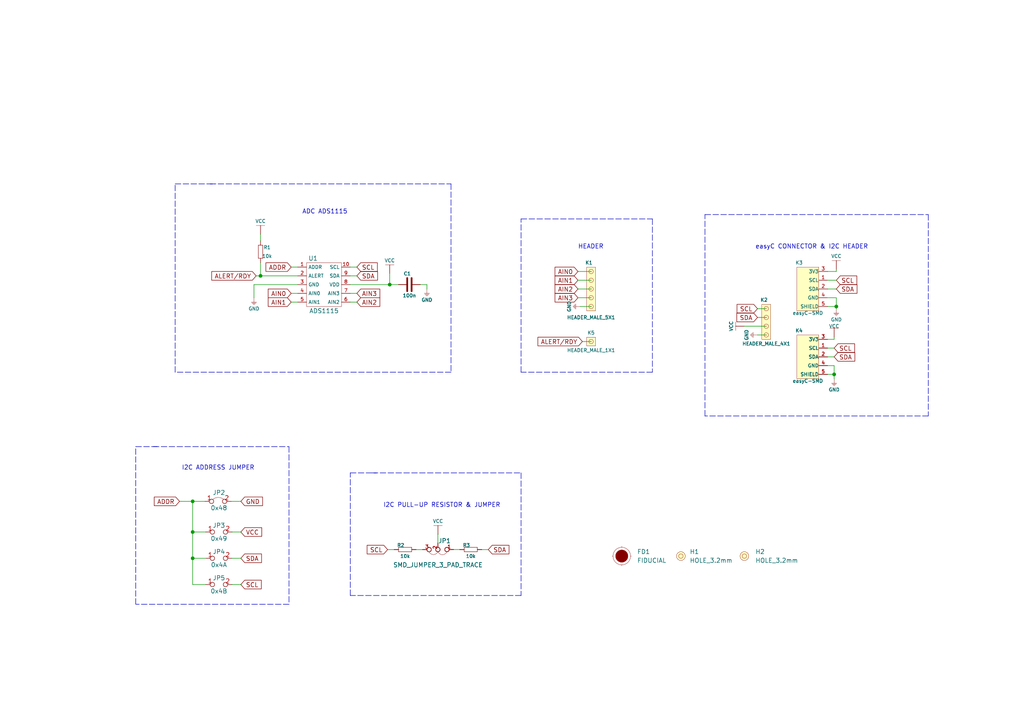
<source format=kicad_sch>
(kicad_sch (version 20211123) (generator eeschema)

  (uuid e17cdb65-091f-4382-af62-0b9fdd110fd6)

  (paper "A4")

  (title_block
    (title "4CH ADC breakout ADS1x15")
    (date "2021-07-01")
    (rev "V1.1.1.")
    (company "SOLDERED")
    (comment 1 "333094")
  )

  (lib_symbols
    (symbol "e-radionica.com schematics:0603C" (pin_numbers hide) (pin_names (offset 0.002)) (in_bom yes) (on_board yes)
      (property "Reference" "C" (id 0) (at -0.635 3.175 0)
        (effects (font (size 1 1)))
      )
      (property "Value" "0603C" (id 1) (at 0 -3.175 0)
        (effects (font (size 1 1)))
      )
      (property "Footprint" "e-radionica.com footprinti:0603C" (id 2) (at 0 0 0)
        (effects (font (size 1 1)) hide)
      )
      (property "Datasheet" "" (id 3) (at 0 0 0)
        (effects (font (size 1 1)) hide)
      )
      (symbol "0603C_0_1"
        (polyline
          (pts
            (xy -0.635 1.905)
            (xy -0.635 -1.905)
          )
          (stroke (width 0.5) (type default) (color 0 0 0 0))
          (fill (type none))
        )
        (polyline
          (pts
            (xy 0.635 1.905)
            (xy 0.635 -1.905)
          )
          (stroke (width 0.5) (type default) (color 0 0 0 0))
          (fill (type none))
        )
      )
      (symbol "0603C_1_1"
        (pin passive line (at -3.175 0 0) (length 2.54)
          (name "~" (effects (font (size 1.27 1.27))))
          (number "1" (effects (font (size 1.27 1.27))))
        )
        (pin passive line (at 3.175 0 180) (length 2.54)
          (name "~" (effects (font (size 1.27 1.27))))
          (number "2" (effects (font (size 1.27 1.27))))
        )
      )
    )
    (symbol "e-radionica.com schematics:0603R" (pin_numbers hide) (pin_names (offset 0.254)) (in_bom yes) (on_board yes)
      (property "Reference" "R" (id 0) (at -1.905 1.905 0)
        (effects (font (size 1 1)))
      )
      (property "Value" "0603R" (id 1) (at 0 -1.905 0)
        (effects (font (size 1 1)))
      )
      (property "Footprint" "e-radionica.com footprinti:0603R" (id 2) (at -0.635 1.905 0)
        (effects (font (size 1 1)) hide)
      )
      (property "Datasheet" "" (id 3) (at -0.635 1.905 0)
        (effects (font (size 1 1)) hide)
      )
      (symbol "0603R_0_1"
        (rectangle (start -1.905 -0.635) (end 1.905 -0.6604)
          (stroke (width 0.1) (type default) (color 0 0 0 0))
          (fill (type none))
        )
        (rectangle (start -1.905 0.635) (end -1.8796 -0.635)
          (stroke (width 0.1) (type default) (color 0 0 0 0))
          (fill (type none))
        )
        (rectangle (start -1.905 0.635) (end 1.905 0.6096)
          (stroke (width 0.1) (type default) (color 0 0 0 0))
          (fill (type none))
        )
        (rectangle (start 1.905 0.635) (end 1.9304 -0.635)
          (stroke (width 0.1) (type default) (color 0 0 0 0))
          (fill (type none))
        )
      )
      (symbol "0603R_1_1"
        (pin passive line (at -3.175 0 0) (length 1.27)
          (name "~" (effects (font (size 1.27 1.27))))
          (number "1" (effects (font (size 1.27 1.27))))
        )
        (pin passive line (at 3.175 0 180) (length 1.27)
          (name "~" (effects (font (size 1.27 1.27))))
          (number "2" (effects (font (size 1.27 1.27))))
        )
      )
    )
    (symbol "e-radionica.com schematics:ADS1115" (in_bom yes) (on_board yes)
      (property "Reference" "U" (id 0) (at 0 7.62 0)
        (effects (font (size 1.27 1.27)))
      )
      (property "Value" "ADS1115" (id 1) (at 0 -7.62 0)
        (effects (font (size 1.27 1.27)))
      )
      (property "Footprint" "e-radionica.com footprinti:VSSOP" (id 2) (at 0 0 0)
        (effects (font (size 1.27 1.27)) hide)
      )
      (property "Datasheet" "" (id 3) (at 0 0 0)
        (effects (font (size 1.27 1.27)) hide)
      )
      (symbol "ADS1115_0_1"
        (rectangle (start -5.08 6.35) (end 5.08 -6.35)
          (stroke (width 0.0006) (type default) (color 0 0 0 0))
          (fill (type none))
        )
      )
      (symbol "ADS1115_1_1"
        (pin input line (at -7.62 5.08 0) (length 2.54)
          (name "ADDR" (effects (font (size 1 1))))
          (number "1" (effects (font (size 1 1))))
        )
        (pin input line (at 7.62 5.08 180) (length 2.54)
          (name "SCL" (effects (font (size 1 1))))
          (number "10" (effects (font (size 1 1))))
        )
        (pin input line (at -7.62 2.54 0) (length 2.54)
          (name "ALERT" (effects (font (size 1 1))))
          (number "2" (effects (font (size 1 1))))
        )
        (pin passive line (at -7.62 0 0) (length 2.54)
          (name "GND" (effects (font (size 1 1))))
          (number "3" (effects (font (size 1 1))))
        )
        (pin input line (at -7.62 -2.54 0) (length 2.54)
          (name "AIN0" (effects (font (size 1 1))))
          (number "4" (effects (font (size 1 1))))
        )
        (pin input line (at -7.62 -5.08 0) (length 2.54)
          (name "AIN1" (effects (font (size 1 1))))
          (number "5" (effects (font (size 1 1))))
        )
        (pin input line (at 7.62 -5.08 180) (length 2.54)
          (name "AIN2" (effects (font (size 1 1))))
          (number "6" (effects (font (size 1 1))))
        )
        (pin input line (at 7.62 -2.54 180) (length 2.54)
          (name "AIN3" (effects (font (size 1 1))))
          (number "7" (effects (font (size 1 1))))
        )
        (pin input line (at 7.62 0 180) (length 2.54)
          (name "VDD" (effects (font (size 1 1))))
          (number "8" (effects (font (size 1 1))))
        )
        (pin input line (at 7.62 2.54 180) (length 2.54)
          (name "SDA" (effects (font (size 1 1))))
          (number "9" (effects (font (size 1 1))))
        )
      )
    )
    (symbol "e-radionica.com schematics:FIDUCIAL" (in_bom no) (on_board yes)
      (property "Reference" "FD" (id 0) (at 0 3.81 0)
        (effects (font (size 1.27 1.27)))
      )
      (property "Value" "FIDUCIAL" (id 1) (at 0 -3.81 0)
        (effects (font (size 1.27 1.27)))
      )
      (property "Footprint" "e-radionica.com footprinti:FIDUCIAL_23" (id 2) (at 0.254 -5.334 0)
        (effects (font (size 1.27 1.27)) hide)
      )
      (property "Datasheet" "" (id 3) (at 0 0 0)
        (effects (font (size 1.27 1.27)) hide)
      )
      (symbol "FIDUCIAL_0_1"
        (polyline
          (pts
            (xy -2.54 0)
            (xy -2.794 0)
          )
          (stroke (width 0.0006) (type default) (color 0 0 0 0))
          (fill (type none))
        )
        (polyline
          (pts
            (xy 0 -2.54)
            (xy 0 -2.794)
          )
          (stroke (width 0.0006) (type default) (color 0 0 0 0))
          (fill (type none))
        )
        (polyline
          (pts
            (xy 0 2.54)
            (xy 0 2.794)
          )
          (stroke (width 0.0006) (type default) (color 0 0 0 0))
          (fill (type none))
        )
        (polyline
          (pts
            (xy 2.54 0)
            (xy 2.794 0)
          )
          (stroke (width 0.0006) (type default) (color 0 0 0 0))
          (fill (type none))
        )
        (circle (center 0 0) (radius 1.7961)
          (stroke (width 0.001) (type default) (color 0 0 0 0))
          (fill (type outline))
        )
        (circle (center 0 0) (radius 2.54)
          (stroke (width 0.0006) (type default) (color 0 0 0 0))
          (fill (type none))
        )
      )
    )
    (symbol "e-radionica.com schematics:GND" (power) (pin_names (offset 0)) (in_bom yes) (on_board yes)
      (property "Reference" "#PWR" (id 0) (at 4.445 0 0)
        (effects (font (size 1 1)) hide)
      )
      (property "Value" "GND" (id 1) (at 0 -2.921 0)
        (effects (font (size 1 1)))
      )
      (property "Footprint" "" (id 2) (at 4.445 3.81 0)
        (effects (font (size 1 1)) hide)
      )
      (property "Datasheet" "" (id 3) (at 4.445 3.81 0)
        (effects (font (size 1 1)) hide)
      )
      (property "ki_keywords" "power-flag" (id 4) (at 0 0 0)
        (effects (font (size 1.27 1.27)) hide)
      )
      (property "ki_description" "Power symbol creates a global label with name \"+3V3\"" (id 5) (at 0 0 0)
        (effects (font (size 1.27 1.27)) hide)
      )
      (symbol "GND_0_1"
        (polyline
          (pts
            (xy -0.762 -1.27)
            (xy 0.762 -1.27)
          )
          (stroke (width 0.0006) (type default) (color 0 0 0 0))
          (fill (type none))
        )
        (polyline
          (pts
            (xy -0.635 -1.524)
            (xy 0.635 -1.524)
          )
          (stroke (width 0.0006) (type default) (color 0 0 0 0))
          (fill (type none))
        )
        (polyline
          (pts
            (xy -0.381 -1.778)
            (xy 0.381 -1.778)
          )
          (stroke (width 0.0006) (type default) (color 0 0 0 0))
          (fill (type none))
        )
        (polyline
          (pts
            (xy -0.127 -2.032)
            (xy 0.127 -2.032)
          )
          (stroke (width 0.0006) (type default) (color 0 0 0 0))
          (fill (type none))
        )
        (polyline
          (pts
            (xy 0 0)
            (xy 0 -1.27)
          )
          (stroke (width 0.0006) (type default) (color 0 0 0 0))
          (fill (type none))
        )
      )
      (symbol "GND_1_1"
        (pin power_in line (at 0 0 270) (length 0) hide
          (name "GND" (effects (font (size 1.27 1.27))))
          (number "1" (effects (font (size 1.27 1.27))))
        )
      )
    )
    (symbol "e-radionica.com schematics:HEADER_MALE_1X1" (pin_numbers hide) (pin_names hide) (in_bom yes) (on_board yes)
      (property "Reference" "K" (id 0) (at -0.635 2.54 0)
        (effects (font (size 1 1)))
      )
      (property "Value" "HEADER_MALE_1X1" (id 1) (at 0 -2.54 0)
        (effects (font (size 1 1)))
      )
      (property "Footprint" "e-radionica.com footprinti:HEADER_MALE_1X1" (id 2) (at 0 0 0)
        (effects (font (size 1 1)) hide)
      )
      (property "Datasheet" "" (id 3) (at 0 0 0)
        (effects (font (size 1 1)) hide)
      )
      (symbol "HEADER_MALE_1X1_0_1"
        (rectangle (start -1.27 1.27) (end 1.27 -1.27)
          (stroke (width 0.001) (type default) (color 0 0 0 0))
          (fill (type background))
        )
        (circle (center 0 0) (radius 0.635)
          (stroke (width 0.0006) (type default) (color 0 0 0 0))
          (fill (type none))
        )
      )
      (symbol "HEADER_MALE_1X1_1_1"
        (pin passive line (at 0 0 180) (length 0)
          (name "~" (effects (font (size 1 1))))
          (number "1" (effects (font (size 1 1))))
        )
      )
    )
    (symbol "e-radionica.com schematics:HEADER_MALE_4X1" (pin_numbers hide) (pin_names hide) (in_bom yes) (on_board yes)
      (property "Reference" "K" (id 0) (at -0.635 7.62 0)
        (effects (font (size 1 1)))
      )
      (property "Value" "HEADER_MALE_4X1" (id 1) (at 0 -5.08 0)
        (effects (font (size 1 1)))
      )
      (property "Footprint" "e-radionica.com footprinti:HEADER_MALE_4X1" (id 2) (at 0 -2.54 0)
        (effects (font (size 1 1)) hide)
      )
      (property "Datasheet" "" (id 3) (at 0 -2.54 0)
        (effects (font (size 1 1)) hide)
      )
      (symbol "HEADER_MALE_4X1_0_1"
        (circle (center 0 -2.54) (radius 0.635)
          (stroke (width 0.0006) (type default) (color 0 0 0 0))
          (fill (type none))
        )
        (circle (center 0 0) (radius 0.635)
          (stroke (width 0.0006) (type default) (color 0 0 0 0))
          (fill (type none))
        )
        (circle (center 0 2.54) (radius 0.635)
          (stroke (width 0.0006) (type default) (color 0 0 0 0))
          (fill (type none))
        )
        (circle (center 0 5.08) (radius 0.635)
          (stroke (width 0.0006) (type default) (color 0 0 0 0))
          (fill (type none))
        )
        (rectangle (start 1.27 -3.81) (end -1.27 6.35)
          (stroke (width 0.001) (type default) (color 0 0 0 0))
          (fill (type background))
        )
      )
      (symbol "HEADER_MALE_4X1_1_1"
        (pin passive line (at 0 -2.54 180) (length 0)
          (name "~" (effects (font (size 1 1))))
          (number "1" (effects (font (size 1 1))))
        )
        (pin passive line (at 0 0 180) (length 0)
          (name "~" (effects (font (size 1 1))))
          (number "2" (effects (font (size 1 1))))
        )
        (pin passive line (at 0 2.54 180) (length 0)
          (name "~" (effects (font (size 1 1))))
          (number "3" (effects (font (size 1 1))))
        )
        (pin passive line (at 0 5.08 180) (length 0)
          (name "~" (effects (font (size 1 1))))
          (number "4" (effects (font (size 1 1))))
        )
      )
    )
    (symbol "e-radionica.com schematics:HEADER_MALE_5X1" (pin_numbers hide) (pin_names hide) (in_bom yes) (on_board yes)
      (property "Reference" "K" (id 0) (at -0.635 7.62 0)
        (effects (font (size 1 1)))
      )
      (property "Value" "HEADER_MALE_5X1" (id 1) (at 0.635 -7.62 0)
        (effects (font (size 1 1)))
      )
      (property "Footprint" "e-radionica.com footprinti:HEADER_MALE_5X1" (id 2) (at 0 0 0)
        (effects (font (size 1 1)) hide)
      )
      (property "Datasheet" "" (id 3) (at 0 0 0)
        (effects (font (size 1 1)) hide)
      )
      (symbol "HEADER_MALE_5X1_0_1"
        (rectangle (start -1.27 6.35) (end 1.27 -6.35)
          (stroke (width 0.001) (type default) (color 0 0 0 0))
          (fill (type background))
        )
        (circle (center 0 -5.08) (radius 0.635)
          (stroke (width 0.0006) (type default) (color 0 0 0 0))
          (fill (type none))
        )
        (circle (center 0 -2.54) (radius 0.635)
          (stroke (width 0.0006) (type default) (color 0 0 0 0))
          (fill (type none))
        )
        (circle (center 0 0) (radius 0.635)
          (stroke (width 0.0006) (type default) (color 0 0 0 0))
          (fill (type none))
        )
        (circle (center 0 2.54) (radius 0.635)
          (stroke (width 0.0006) (type default) (color 0 0 0 0))
          (fill (type none))
        )
        (circle (center 0 5.08) (radius 0.635)
          (stroke (width 0.0006) (type default) (color 0 0 0 0))
          (fill (type none))
        )
      )
      (symbol "HEADER_MALE_5X1_1_1"
        (pin passive line (at 0 -5.08 180) (length 0)
          (name "~" (effects (font (size 1 1))))
          (number "1" (effects (font (size 1 1))))
        )
        (pin passive line (at 0 -2.54 180) (length 0)
          (name "~" (effects (font (size 1 1))))
          (number "2" (effects (font (size 1 1))))
        )
        (pin passive line (at 0 0 180) (length 0)
          (name "~" (effects (font (size 1 1))))
          (number "3" (effects (font (size 1 1))))
        )
        (pin passive line (at 0 2.54 180) (length 0)
          (name "~" (effects (font (size 1 1))))
          (number "4" (effects (font (size 1 1))))
        )
        (pin passive line (at 0 5.08 180) (length 0)
          (name "~" (effects (font (size 0.991 0.991))))
          (number "5" (effects (font (size 0.991 0.991))))
        )
      )
    )
    (symbol "e-radionica.com schematics:HOLE_3.2mm" (pin_numbers hide) (pin_names hide) (in_bom yes) (on_board yes)
      (property "Reference" "H" (id 0) (at 0 2.54 0)
        (effects (font (size 1.27 1.27)))
      )
      (property "Value" "HOLE_3.2mm" (id 1) (at 0 -2.54 0)
        (effects (font (size 1.27 1.27)))
      )
      (property "Footprint" "e-radionica.com footprinti:HOLE_3.2mm" (id 2) (at 0 0 0)
        (effects (font (size 1.27 1.27)) hide)
      )
      (property "Datasheet" "" (id 3) (at 0 0 0)
        (effects (font (size 1.27 1.27)) hide)
      )
      (symbol "HOLE_3.2mm_0_1"
        (circle (center 0 0) (radius 0.635)
          (stroke (width 0.0006) (type default) (color 0 0 0 0))
          (fill (type none))
        )
        (circle (center 0 0) (radius 1.27)
          (stroke (width 0.001) (type default) (color 0 0 0 0))
          (fill (type background))
        )
      )
    )
    (symbol "e-radionica.com schematics:SMD-JUMPER-CONNECTED" (in_bom yes) (on_board yes)
      (property "Reference" "JP" (id 0) (at 0 3.556 0)
        (effects (font (size 1.27 1.27)))
      )
      (property "Value" "SMD-JUMPER-CONNECTED" (id 1) (at 0 -2.54 0)
        (effects (font (size 1.27 1.27)))
      )
      (property "Footprint" "e-radionica.com footprinti:SMD_JUMPER_CONNECTED" (id 2) (at 0 0 0)
        (effects (font (size 1.27 1.27)) hide)
      )
      (property "Datasheet" "" (id 3) (at 0 0 0)
        (effects (font (size 1.27 1.27)) hide)
      )
      (symbol "SMD-JUMPER-CONNECTED_0_1"
        (arc (start 1.397 0.5842) (mid -0.2077 1.1365) (end -1.8034 0.5588)
          (stroke (width 0.0006) (type default) (color 0 0 0 0))
          (fill (type none))
        )
      )
      (symbol "SMD-JUMPER-CONNECTED_1_1"
        (pin passive inverted (at -4.064 0 0) (length 2.54)
          (name "" (effects (font (size 1.27 1.27))))
          (number "1" (effects (font (size 1.27 1.27))))
        )
        (pin passive inverted (at 3.556 0 180) (length 2.54)
          (name "" (effects (font (size 1.27 1.27))))
          (number "2" (effects (font (size 1.27 1.27))))
        )
      )
    )
    (symbol "e-radionica.com schematics:SMD_JUMPER" (in_bom yes) (on_board yes)
      (property "Reference" "JP" (id 0) (at 0 1.397 0)
        (effects (font (size 1.27 1.27)))
      )
      (property "Value" "SMD_JUMPER" (id 1) (at 0.508 -3.048 0)
        (effects (font (size 1.27 1.27)))
      )
      (property "Footprint" "e-radionica.com footprinti:SMD_JUMPER" (id 2) (at 0 0 0)
        (effects (font (size 1.27 1.27)) hide)
      )
      (property "Datasheet" "" (id 3) (at 0 0 0)
        (effects (font (size 1.27 1.27)) hide)
      )
      (symbol "SMD_JUMPER_1_1"
        (pin passive inverted (at -3.81 0 0) (length 2.54)
          (name "" (effects (font (size 1.27 1.27))))
          (number "1" (effects (font (size 1.27 1.27))))
        )
        (pin passive inverted (at 3.81 0 180) (length 2.54)
          (name "" (effects (font (size 1.27 1.27))))
          (number "2" (effects (font (size 1.27 1.27))))
        )
      )
    )
    (symbol "e-radionica.com schematics:SMD_JUMPER_3_PAD_TRACE" (in_bom yes) (on_board yes)
      (property "Reference" "JP" (id 0) (at 0.0254 5.461 0)
        (effects (font (size 1.27 1.27)))
      )
      (property "Value" "SMD_JUMPER_3_PAD_TRACE" (id 1) (at 0.3048 -4.572 0)
        (effects (font (size 1.27 1.27)))
      )
      (property "Footprint" "e-radionica.com footprinti:SMD_JUMPER_3_PAD_TRACE" (id 2) (at 0 -1.27 0)
        (effects (font (size 1.27 1.27)) hide)
      )
      (property "Datasheet" "" (id 3) (at 0 0 0)
        (effects (font (size 1.27 1.27)) hide)
      )
      (symbol "SMD_JUMPER_3_PAD_TRACE_0_1"
        (arc (start 0 0.5842) (mid -1.2996 1.4721) (end -2.6162 0.6096)
          (stroke (width 0.0006) (type default) (color 0 0 0 0))
          (fill (type none))
        )
        (arc (start 2.5908 0.6604) (mid 1.2796 1.4379) (end 0 0.6096)
          (stroke (width 0.0006) (type default) (color 0 0 0 0))
          (fill (type none))
        )
      )
      (symbol "SMD_JUMPER_3_PAD_TRACE_1_1"
        (pin passive inverted (at -4.5212 -0.0254 0) (length 2.54)
          (name "" (effects (font (size 1 1))))
          (number "1" (effects (font (size 1 1))))
        )
        (pin passive inverted (at 0.0254 -1.9304 90) (length 2.54)
          (name "" (effects (font (size 1 1))))
          (number "2" (effects (font (size 1 1))))
        )
        (pin passive inverted (at 4.4704 0 180) (length 2.54)
          (name "" (effects (font (size 1 1))))
          (number "3" (effects (font (size 1 1))))
        )
      )
    )
    (symbol "e-radionica.com schematics:VCC" (power) (pin_names (offset 0)) (in_bom yes) (on_board yes)
      (property "Reference" "#PWR" (id 0) (at 4.445 0 0)
        (effects (font (size 1 1)) hide)
      )
      (property "Value" "VCC" (id 1) (at 0 3.556 0)
        (effects (font (size 1 1)))
      )
      (property "Footprint" "" (id 2) (at 4.445 3.81 0)
        (effects (font (size 1 1)) hide)
      )
      (property "Datasheet" "" (id 3) (at 4.445 3.81 0)
        (effects (font (size 1 1)) hide)
      )
      (property "ki_keywords" "power-flag" (id 4) (at 0 0 0)
        (effects (font (size 1.27 1.27)) hide)
      )
      (property "ki_description" "Power symbol creates a global label with name \"+3V3\"" (id 5) (at 0 0 0)
        (effects (font (size 1.27 1.27)) hide)
      )
      (symbol "VCC_0_1"
        (polyline
          (pts
            (xy -1.27 2.54)
            (xy 1.27 2.54)
          )
          (stroke (width 0.0006) (type default) (color 0 0 0 0))
          (fill (type none))
        )
        (polyline
          (pts
            (xy 0 0)
            (xy 0 2.54)
          )
          (stroke (width 0) (type default) (color 0 0 0 0))
          (fill (type none))
        )
      )
      (symbol "VCC_1_1"
        (pin power_in line (at 0 0 90) (length 0) hide
          (name "VCC" (effects (font (size 1.27 1.27))))
          (number "1" (effects (font (size 1.27 1.27))))
        )
      )
    )
    (symbol "e-radionica.com schematics:easyC-SMD" (pin_names (offset 0.002)) (in_bom yes) (on_board yes)
      (property "Reference" "K" (id 0) (at -2.54 10.16 0)
        (effects (font (size 1 1)))
      )
      (property "Value" "easyC-SMD" (id 1) (at 0 -5.08 0)
        (effects (font (size 1 1)))
      )
      (property "Footprint" "e-radionica.com footprinti:easyC-connector" (id 2) (at 3.175 2.54 0)
        (effects (font (size 1 1)) hide)
      )
      (property "Datasheet" "" (id 3) (at 3.175 2.54 0)
        (effects (font (size 1 1)) hide)
      )
      (symbol "easyC-SMD_0_1"
        (rectangle (start -3.175 8.89) (end 3.175 -3.81)
          (stroke (width 0.001) (type default) (color 0 0 0 0))
          (fill (type background))
        )
      )
      (symbol "easyC-SMD_1_1"
        (pin passive line (at 5.715 5.08 180) (length 2.54)
          (name "SCL" (effects (font (size 1 1))))
          (number "1" (effects (font (size 1 1))))
        )
        (pin passive line (at 5.715 2.54 180) (length 2.54)
          (name "SDA" (effects (font (size 1 1))))
          (number "2" (effects (font (size 1 1))))
        )
        (pin passive line (at 5.715 7.62 180) (length 2.54)
          (name "3V3" (effects (font (size 1 1))))
          (number "3" (effects (font (size 1 1))))
        )
        (pin passive line (at 5.715 0 180) (length 2.54)
          (name "GND" (effects (font (size 1 1))))
          (number "4" (effects (font (size 1 1))))
        )
        (pin passive line (at 5.715 -2.54 180) (length 2.54)
          (name "SHIELD" (effects (font (size 1 1))))
          (number "5" (effects (font (size 1 1))))
        )
      )
    )
  )

  (junction (at 55.88 154.305) (diameter 0.9144) (color 0 0 0 0)
    (uuid 0755aee5-bc01-4cb5-b830-583289df50a3)
  )
  (junction (at 55.88 161.925) (diameter 0.9144) (color 0 0 0 0)
    (uuid 4a21e717-d46d-4d9e-8b98-af4ecb02d3ec)
  )
  (junction (at 55.88 145.415) (diameter 0.9144) (color 0 0 0 0)
    (uuid 4fb21471-41be-4be8-9687-66030f97befc)
  )
  (junction (at 113.03 82.55) (diameter 0.9144) (color 0 0 0 0)
    (uuid 60dcd1fe-7079-4cb8-b509-04558ccf5097)
  )
  (junction (at 242.57 88.9) (diameter 0.9144) (color 0 0 0 0)
    (uuid 85b7594c-358f-454b-b2ad-dd0b1d67ed76)
  )
  (junction (at 241.935 108.585) (diameter 0.9144) (color 0 0 0 0)
    (uuid c5eb1e4c-ce83-470e-8f32-e20ff1f886a3)
  )
  (junction (at 75.565 80.01) (diameter 0.9144) (color 0 0 0 0)
    (uuid ec31c074-17b2-48e1-ab01-071acad3fa04)
  )

  (wire (pts (xy 113.03 82.55) (xy 115.57 82.55))
    (stroke (width 0) (type solid) (color 0 0 0 0))
    (uuid 00888161-d2e2-4aec-a1e7-348bdb3d8c1e)
  )
  (wire (pts (xy 67.31 161.925) (xy 69.85 161.925))
    (stroke (width 0) (type solid) (color 0 0 0 0))
    (uuid 083d2c4e-b8ff-405f-9de6-427db5a5a6a8)
  )
  (polyline (pts (xy 101.6 137.16) (xy 109.22 137.16))
    (stroke (width 0) (type dash) (color 0 0 0 0))
    (uuid 087f6c61-bc5a-472d-8316-7f358529e41b)
  )
  (polyline (pts (xy 101.6 172.72) (xy 101.6 137.16))
    (stroke (width 0) (type dash) (color 0 0 0 0))
    (uuid 087f6c61-bc5a-472d-8316-7f358529e41c)
  )
  (polyline (pts (xy 107.95 137.16) (xy 151.13 137.16))
    (stroke (width 0) (type dash) (color 0 0 0 0))
    (uuid 087f6c61-bc5a-472d-8316-7f358529e41d)
  )
  (polyline (pts (xy 151.13 137.16) (xy 151.13 172.72))
    (stroke (width 0) (type dash) (color 0 0 0 0))
    (uuid 087f6c61-bc5a-472d-8316-7f358529e41e)
  )
  (polyline (pts (xy 151.13 172.72) (xy 101.6 172.72))
    (stroke (width 0) (type dash) (color 0 0 0 0))
    (uuid 087f6c61-bc5a-472d-8316-7f358529e41f)
  )

  (wire (pts (xy 240.03 103.505) (xy 241.935 103.505))
    (stroke (width 0) (type solid) (color 0 0 0 0))
    (uuid 0e17d909-0c96-4d12-a2b6-ef5a679e3327)
  )
  (wire (pts (xy 101.6 80.01) (xy 103.505 80.01))
    (stroke (width 0) (type solid) (color 0 0 0 0))
    (uuid 13b7ae0b-da45-452e-a91e-208245b2b6ce)
  )
  (wire (pts (xy 52.07 145.415) (xy 55.88 145.415))
    (stroke (width 0) (type solid) (color 0 0 0 0))
    (uuid 1663494e-5b3d-4e4e-8707-a49bc6e22929)
  )
  (wire (pts (xy 55.88 145.415) (xy 59.436 145.415))
    (stroke (width 0) (type solid) (color 0 0 0 0))
    (uuid 1663494e-5b3d-4e4e-8707-a49bc6e2292a)
  )
  (wire (pts (xy 240.03 81.28) (xy 242.57 81.28))
    (stroke (width 0) (type solid) (color 0 0 0 0))
    (uuid 1be6da71-c823-4782-8a0d-a2da8cd3e8e1)
  )
  (wire (pts (xy 101.6 77.47) (xy 103.505 77.47))
    (stroke (width 0) (type solid) (color 0 0 0 0))
    (uuid 1e4d3047-3509-4a30-95cd-3e57cd622583)
  )
  (wire (pts (xy 84.455 77.47) (xy 86.36 77.47))
    (stroke (width 0) (type solid) (color 0 0 0 0))
    (uuid 1fe15357-3b7c-41a6-a872-ad1318d67d57)
  )
  (wire (pts (xy 240.03 106.045) (xy 241.935 106.045))
    (stroke (width 0) (type solid) (color 0 0 0 0))
    (uuid 23af1255-838d-4897-ab91-4e1632540561)
  )
  (wire (pts (xy 241.935 106.045) (xy 241.935 108.585))
    (stroke (width 0) (type solid) (color 0 0 0 0))
    (uuid 23af1255-838d-4897-ab91-4e1632540562)
  )
  (wire (pts (xy 241.935 108.585) (xy 241.935 109.855))
    (stroke (width 0) (type solid) (color 0 0 0 0))
    (uuid 23af1255-838d-4897-ab91-4e1632540563)
  )
  (wire (pts (xy 240.03 98.425) (xy 241.935 98.425))
    (stroke (width 0) (type solid) (color 0 0 0 0))
    (uuid 2862acb4-cf63-4c76-a15e-a5e8f8d6657f)
  )
  (wire (pts (xy 241.935 98.425) (xy 241.935 97.79))
    (stroke (width 0) (type solid) (color 0 0 0 0))
    (uuid 2862acb4-cf63-4c76-a15e-a5e8f8d66580)
  )
  (wire (pts (xy 240.03 108.585) (xy 241.935 108.585))
    (stroke (width 0) (type solid) (color 0 0 0 0))
    (uuid 2b93b45e-6615-4795-9af9-8a3efd054961)
  )
  (wire (pts (xy 127 154.9654) (xy 127.0254 154.9654))
    (stroke (width 0) (type solid) (color 0 0 0 0))
    (uuid 2bcdecb2-c002-4c62-8874-4da36bfa573c)
  )
  (wire (pts (xy 127 157.48) (xy 127 154.9654))
    (stroke (width 0) (type solid) (color 0 0 0 0))
    (uuid 2bcdecb2-c002-4c62-8874-4da36bfa573d)
  )
  (wire (pts (xy 167.64 86.36) (xy 171.45 86.36))
    (stroke (width 0) (type solid) (color 0 0 0 0))
    (uuid 37c232be-bd7a-4492-9ceb-436c37913d4c)
  )
  (wire (pts (xy 240.03 100.965) (xy 241.935 100.965))
    (stroke (width 0) (type solid) (color 0 0 0 0))
    (uuid 38ff7e07-dd1c-4c1d-b65b-9b1dc6ef4253)
  )
  (polyline (pts (xy 50.8 53.34) (xy 62.23 53.34))
    (stroke (width 0) (type dash) (color 0 0 0 0))
    (uuid 3d6dd0e9-ca88-4363-9072-69ee97ca957d)
  )
  (polyline (pts (xy 50.8 107.95) (xy 50.8 53.34))
    (stroke (width 0) (type dash) (color 0 0 0 0))
    (uuid 3d6dd0e9-ca88-4363-9072-69ee97ca957e)
  )
  (polyline (pts (xy 60.96 53.34) (xy 130.81 53.34))
    (stroke (width 0) (type dash) (color 0 0 0 0))
    (uuid 3d6dd0e9-ca88-4363-9072-69ee97ca957f)
  )
  (polyline (pts (xy 130.81 53.34) (xy 130.81 107.95))
    (stroke (width 0) (type dash) (color 0 0 0 0))
    (uuid 3d6dd0e9-ca88-4363-9072-69ee97ca9580)
  )
  (polyline (pts (xy 130.81 107.95) (xy 50.8 107.95))
    (stroke (width 0) (type dash) (color 0 0 0 0))
    (uuid 3d6dd0e9-ca88-4363-9072-69ee97ca9581)
  )
  (polyline (pts (xy 39.37 129.54) (xy 45.72 129.54))
    (stroke (width 0) (type dash) (color 0 0 0 0))
    (uuid 4dc4975c-3981-41af-84c2-4fdc500439de)
  )
  (polyline (pts (xy 39.37 175.26) (xy 39.37 129.54))
    (stroke (width 0) (type dash) (color 0 0 0 0))
    (uuid 4dc4975c-3981-41af-84c2-4fdc500439df)
  )
  (polyline (pts (xy 44.45 129.54) (xy 83.82 129.54))
    (stroke (width 0) (type dash) (color 0 0 0 0))
    (uuid 4dc4975c-3981-41af-84c2-4fdc500439e0)
  )
  (polyline (pts (xy 83.82 129.54) (xy 83.82 175.26))
    (stroke (width 0) (type dash) (color 0 0 0 0))
    (uuid 4dc4975c-3981-41af-84c2-4fdc500439e1)
  )
  (polyline (pts (xy 83.82 175.26) (xy 39.37 175.26))
    (stroke (width 0) (type dash) (color 0 0 0 0))
    (uuid 4dc4975c-3981-41af-84c2-4fdc500439e2)
  )
  (polyline (pts (xy 151.13 63.5) (xy 189.23 63.5))
    (stroke (width 0) (type dash) (color 0 0 0 0))
    (uuid 50da39a4-9278-4a5f-bad2-134fc6853a74)
  )
  (polyline (pts (xy 151.13 107.95) (xy 151.13 63.5))
    (stroke (width 0) (type dash) (color 0 0 0 0))
    (uuid 50da39a4-9278-4a5f-bad2-134fc6853a75)
  )
  (polyline (pts (xy 189.23 63.5) (xy 189.23 107.95))
    (stroke (width 0) (type dash) (color 0 0 0 0))
    (uuid 50da39a4-9278-4a5f-bad2-134fc6853a76)
  )
  (polyline (pts (xy 189.23 107.95) (xy 151.13 107.95))
    (stroke (width 0) (type dash) (color 0 0 0 0))
    (uuid 50da39a4-9278-4a5f-bad2-134fc6853a77)
  )

  (wire (pts (xy 101.6 87.63) (xy 103.505 87.63))
    (stroke (width 0) (type solid) (color 0 0 0 0))
    (uuid 51495dd7-d35d-4a40-a9fe-c9caada89762)
  )
  (wire (pts (xy 240.03 88.9) (xy 242.57 88.9))
    (stroke (width 0) (type solid) (color 0 0 0 0))
    (uuid 526db69c-a2ab-44d0-9bf3-d59f2eff26de)
  )
  (wire (pts (xy 215.9 94.615) (xy 222.25 94.615))
    (stroke (width 0) (type solid) (color 0 0 0 0))
    (uuid 5d7a767e-f9ef-488f-b395-82232c6218cc)
  )
  (wire (pts (xy 167.64 81.28) (xy 171.45 81.28))
    (stroke (width 0) (type solid) (color 0 0 0 0))
    (uuid 5efea259-04bd-4c83-b25f-46a71645f5d7)
  )
  (wire (pts (xy 73.66 82.55) (xy 73.66 86.36))
    (stroke (width 0) (type solid) (color 0 0 0 0))
    (uuid 63067bd3-1597-445f-9e9c-9850b15909bf)
  )
  (wire (pts (xy 86.36 82.55) (xy 73.66 82.55))
    (stroke (width 0) (type solid) (color 0 0 0 0))
    (uuid 63067bd3-1597-445f-9e9c-9850b15909c0)
  )
  (wire (pts (xy 55.88 145.415) (xy 55.88 154.305))
    (stroke (width 0) (type solid) (color 0 0 0 0))
    (uuid 64b836ba-4412-40a2-b512-23a3e9b56374)
  )
  (wire (pts (xy 55.88 154.305) (xy 55.88 161.925))
    (stroke (width 0) (type solid) (color 0 0 0 0))
    (uuid 64b836ba-4412-40a2-b512-23a3e9b56375)
  )
  (wire (pts (xy 55.88 161.925) (xy 55.88 169.545))
    (stroke (width 0) (type solid) (color 0 0 0 0))
    (uuid 64b836ba-4412-40a2-b512-23a3e9b56376)
  )
  (wire (pts (xy 59.69 169.545) (xy 55.88 169.545))
    (stroke (width 0) (type solid) (color 0 0 0 0))
    (uuid 64b836ba-4412-40a2-b512-23a3e9b56377)
  )
  (wire (pts (xy 120.6754 159.4104) (xy 122.555 159.4104))
    (stroke (width 0) (type solid) (color 0 0 0 0))
    (uuid 657a3c1f-2cbd-4c5f-b1ec-df589baadf2d)
  )
  (wire (pts (xy 219.71 92.075) (xy 222.25 92.075))
    (stroke (width 0) (type solid) (color 0 0 0 0))
    (uuid 6d48b2e7-46b0-40c6-981e-830f97cbcf2a)
  )
  (wire (pts (xy 84.455 85.09) (xy 86.36 85.09))
    (stroke (width 0) (type solid) (color 0 0 0 0))
    (uuid 80815e22-a489-424c-9b99-581a102e46ff)
  )
  (wire (pts (xy 75.565 76.2) (xy 75.565 80.01))
    (stroke (width 0) (type solid) (color 0 0 0 0))
    (uuid 877318da-7a69-4c04-952a-4b566c44079b)
  )
  (wire (pts (xy 75.565 80.01) (xy 86.36 80.01))
    (stroke (width 0) (type solid) (color 0 0 0 0))
    (uuid 877318da-7a69-4c04-952a-4b566c44079c)
  )
  (wire (pts (xy 112.4204 159.4104) (xy 114.3254 159.4104))
    (stroke (width 0) (type solid) (color 0 0 0 0))
    (uuid 8b18c55c-f602-4cd0-adaa-b35fe3359e0f)
  )
  (wire (pts (xy 67.056 145.415) (xy 69.85 145.415))
    (stroke (width 0) (type solid) (color 0 0 0 0))
    (uuid 99454d0b-0afd-42fe-ac16-26d90acad37f)
  )
  (wire (pts (xy 240.03 83.82) (xy 242.57 83.82))
    (stroke (width 0) (type solid) (color 0 0 0 0))
    (uuid 9ab361df-d69b-4aa1-992d-ccbf710934af)
  )
  (wire (pts (xy 131.5466 159.385) (xy 133.3754 159.385))
    (stroke (width 0) (type solid) (color 0 0 0 0))
    (uuid a3ffe5e0-c96c-466c-a36c-1513bee0bcbc)
  )
  (wire (pts (xy 133.3754 159.385) (xy 133.3754 159.4104))
    (stroke (width 0) (type solid) (color 0 0 0 0))
    (uuid a3ffe5e0-c96c-466c-a36c-1513bee0bcbd)
  )
  (wire (pts (xy 55.88 161.925) (xy 59.69 161.925))
    (stroke (width 0) (type solid) (color 0 0 0 0))
    (uuid a93cab90-ce55-47f3-9b67-8fe9854e48ab)
  )
  (wire (pts (xy 240.03 78.74) (xy 242.57 78.74))
    (stroke (width 0) (type solid) (color 0 0 0 0))
    (uuid b401fc24-11df-4c76-8644-37029d6d432b)
  )
  (wire (pts (xy 242.57 78.74) (xy 242.57 78.105))
    (stroke (width 0) (type solid) (color 0 0 0 0))
    (uuid b401fc24-11df-4c76-8644-37029d6d432c)
  )
  (wire (pts (xy 67.31 154.305) (xy 69.85 154.305))
    (stroke (width 0) (type solid) (color 0 0 0 0))
    (uuid b4b5e1e2-bc93-45e0-a7b2-4b1b6b6f978a)
  )
  (wire (pts (xy 59.69 154.305) (xy 55.88 154.305))
    (stroke (width 0) (type solid) (color 0 0 0 0))
    (uuid b5de103f-d8a5-4944-832f-ef6e36109150)
  )
  (wire (pts (xy 168.91 99.06) (xy 171.45 99.06))
    (stroke (width 0) (type solid) (color 0 0 0 0))
    (uuid b975adce-5316-4a5f-8311-3fa5cecdf4ad)
  )
  (wire (pts (xy 101.6 82.55) (xy 113.03 82.55))
    (stroke (width 0) (type solid) (color 0 0 0 0))
    (uuid c28eea14-b547-4367-9074-ce1c31618083)
  )
  (wire (pts (xy 113.03 82.55) (xy 113.03 79.375))
    (stroke (width 0) (type solid) (color 0 0 0 0))
    (uuid c28eea14-b547-4367-9074-ce1c31618084)
  )
  (wire (pts (xy 167.64 78.74) (xy 171.45 78.74))
    (stroke (width 0) (type solid) (color 0 0 0 0))
    (uuid c334a052-2d49-4875-904c-0b86e77b4c41)
  )
  (wire (pts (xy 67.31 169.545) (xy 69.85 169.545))
    (stroke (width 0) (type solid) (color 0 0 0 0))
    (uuid c64d3032-2293-4636-97f2-804885b47920)
  )
  (wire (pts (xy 101.6 85.09) (xy 103.505 85.09))
    (stroke (width 0) (type solid) (color 0 0 0 0))
    (uuid c7f5f7a8-b811-4178-8cd3-35bb232d7788)
  )
  (wire (pts (xy 84.455 87.63) (xy 86.36 87.63))
    (stroke (width 0) (type solid) (color 0 0 0 0))
    (uuid c9992829-785f-477f-b0a3-057e38cd3112)
  )
  (wire (pts (xy 75.565 67.945) (xy 75.565 69.85))
    (stroke (width 0) (type solid) (color 0 0 0 0))
    (uuid c9f38f37-4cb1-461b-9381-2ecdeb1f7bd2)
  )
  (wire (pts (xy 219.71 97.155) (xy 222.25 97.155))
    (stroke (width 0) (type solid) (color 0 0 0 0))
    (uuid cc19a74e-c19e-4b8b-86c4-d1e51c0193c3)
  )
  (wire (pts (xy 168.275 88.9) (xy 171.45 88.9))
    (stroke (width 0) (type solid) (color 0 0 0 0))
    (uuid d3080210-5601-407d-9b19-b35a03c216f5)
  )
  (wire (pts (xy 219.71 89.535) (xy 222.25 89.535))
    (stroke (width 0) (type solid) (color 0 0 0 0))
    (uuid dc172165-4b07-4cbd-b920-9229d9c59c23)
  )
  (wire (pts (xy 121.92 82.55) (xy 123.825 82.55))
    (stroke (width 0) (type solid) (color 0 0 0 0))
    (uuid de17b686-ba5e-4e55-9486-b2619cc6a9ae)
  )
  (wire (pts (xy 123.825 82.55) (xy 123.825 83.82))
    (stroke (width 0) (type solid) (color 0 0 0 0))
    (uuid de17b686-ba5e-4e55-9486-b2619cc6a9af)
  )
  (wire (pts (xy 74.295 80.01) (xy 75.565 80.01))
    (stroke (width 0) (type solid) (color 0 0 0 0))
    (uuid e14ea2d1-e562-4e13-95d0-c6228acf1462)
  )
  (wire (pts (xy 167.64 83.82) (xy 171.45 83.82))
    (stroke (width 0) (type solid) (color 0 0 0 0))
    (uuid e5dc66ea-6117-4b78-b8db-9bd944bdb709)
  )
  (polyline (pts (xy 204.47 62.23) (xy 269.24 62.23))
    (stroke (width 0) (type dash) (color 0 0 0 0))
    (uuid eae67ba7-cdbf-4f38-88a2-d55949ab1ca8)
  )
  (polyline (pts (xy 204.47 120.65) (xy 204.47 62.23))
    (stroke (width 0) (type dash) (color 0 0 0 0))
    (uuid eae67ba7-cdbf-4f38-88a2-d55949ab1ca9)
  )
  (polyline (pts (xy 269.24 62.23) (xy 269.24 120.65))
    (stroke (width 0) (type dash) (color 0 0 0 0))
    (uuid eae67ba7-cdbf-4f38-88a2-d55949ab1caa)
  )
  (polyline (pts (xy 269.24 120.65) (xy 204.47 120.65))
    (stroke (width 0) (type dash) (color 0 0 0 0))
    (uuid eae67ba7-cdbf-4f38-88a2-d55949ab1cab)
  )

  (wire (pts (xy 240.03 86.36) (xy 242.57 86.36))
    (stroke (width 0) (type solid) (color 0 0 0 0))
    (uuid eff70b11-ce07-4fdc-b431-7712e0a6901b)
  )
  (wire (pts (xy 242.57 86.36) (xy 242.57 88.9))
    (stroke (width 0) (type solid) (color 0 0 0 0))
    (uuid eff70b11-ce07-4fdc-b431-7712e0a6901c)
  )
  (wire (pts (xy 242.57 88.9) (xy 242.57 89.535))
    (stroke (width 0) (type solid) (color 0 0 0 0))
    (uuid eff70b11-ce07-4fdc-b431-7712e0a6901d)
  )
  (wire (pts (xy 139.7254 159.4104) (xy 141.6304 159.4104))
    (stroke (width 0) (type solid) (color 0 0 0 0))
    (uuid fe6ad530-d3e8-4a9b-b2fb-23bf9c0fcfe5)
  )

  (text "HEADER" (at 167.64 72.39 0)
    (effects (font (size 1.27 1.27)) (justify left bottom))
    (uuid 1c9ddd20-9103-436a-8224-506bebaf56a5)
  )
  (text "I2C ADDRESS JUMPER" (at 52.705 136.525 0)
    (effects (font (size 1.27 1.27)) (justify left bottom))
    (uuid 5acbab7a-01f3-4152-9ecd-3b8f574e8ac2)
  )
  (text "I2C PULL-UP RESISTOR & JUMPER" (at 111.1504 147.3454 0)
    (effects (font (size 1.27 1.27)) (justify left bottom))
    (uuid 5c10f52a-2e21-4a36-9611-13141b2ff13d)
  )
  (text "ADC ADS1115" (at 87.63 62.23 0)
    (effects (font (size 1.27 1.27)) (justify left bottom))
    (uuid 7bf5e2a8-b905-4b3f-8929-4e9345e08abf)
  )
  (text "easyC CONNECTOR & I2C HEADER" (at 219.075 72.39 0)
    (effects (font (size 1.27 1.27)) (justify left bottom))
    (uuid 90672815-c641-4cc2-853f-1b2273daed15)
  )

  (global_label "ALERT{slash}RDY" (shape input) (at 168.91 99.06 180)
    (effects (font (size 1.27 1.27)) (justify right))
    (uuid 00f1ed77-6acc-440c-a880-e36c73ad6081)
    (property "Intersheet References" "${INTERSHEET_REFS}" (id 0) (at 154.5105 98.9806 0)
      (effects (font (size 1.27 1.27)) (justify right) hide)
    )
  )
  (global_label "SDA" (shape input) (at 241.935 103.505 0)
    (effects (font (size 1.27 1.27)) (justify left))
    (uuid 040a5f6c-3434-4eb9-91c7-93c1d5f56801)
    (property "Intersheet References" "${INTERSHEET_REFS}" (id 0) (at 249.4402 103.4256 0)
      (effects (font (size 1.27 1.27)) (justify left) hide)
    )
  )
  (global_label "AIN3" (shape input) (at 167.64 86.36 180)
    (effects (font (size 1.27 1.27)) (justify right))
    (uuid 0ac71090-4f31-4926-a369-f5d8f5a6f055)
    (property "Intersheet References" "${INTERSHEET_REFS}" (id 0) (at 159.4696 86.2806 0)
      (effects (font (size 1.27 1.27)) (justify right) hide)
    )
  )
  (global_label "AIN1" (shape input) (at 84.455 87.63 180)
    (effects (font (size 1.27 1.27)) (justify right))
    (uuid 0d24404f-3eb3-48ef-8d06-c7c037d865f7)
    (property "Intersheet References" "${INTERSHEET_REFS}" (id 0) (at 76.2846 87.5506 0)
      (effects (font (size 1.27 1.27)) (justify right) hide)
    )
  )
  (global_label "SCL" (shape input) (at 241.935 100.965 0)
    (effects (font (size 1.27 1.27)) (justify left))
    (uuid 1729b21d-10eb-4b21-906e-f5527bb0ccd3)
    (property "Intersheet References" "${INTERSHEET_REFS}" (id 0) (at 249.3797 100.8856 0)
      (effects (font (size 1.27 1.27)) (justify left) hide)
    )
  )
  (global_label "ADDR" (shape input) (at 84.455 77.47 180)
    (effects (font (size 1.27 1.27)) (justify right))
    (uuid 25345ff7-d39a-4eaa-8a32-fbe638a94b58)
    (property "Intersheet References" "${INTERSHEET_REFS}" (id 0) (at 75.6193 77.3906 0)
      (effects (font (size 1.27 1.27)) (justify right) hide)
    )
  )
  (global_label "AIN2" (shape input) (at 103.505 87.63 0)
    (effects (font (size 1.27 1.27)) (justify left))
    (uuid 448d84fc-2832-446a-8d91-80a717dfacf2)
    (property "Intersheet References" "${INTERSHEET_REFS}" (id 0) (at 111.6754 87.5506 0)
      (effects (font (size 1.27 1.27)) (justify left) hide)
    )
  )
  (global_label "SCL" (shape input) (at 242.57 81.28 0)
    (effects (font (size 1.27 1.27)) (justify left))
    (uuid 5bff5333-ba22-48c2-942a-6055f882c757)
    (property "Intersheet References" "${INTERSHEET_REFS}" (id 0) (at 250.0147 81.2006 0)
      (effects (font (size 1.27 1.27)) (justify left) hide)
    )
  )
  (global_label "SDA" (shape input) (at 219.71 92.075 180)
    (effects (font (size 1.27 1.27)) (justify right))
    (uuid 633e57f2-d3ee-48ed-8600-3728c4246d25)
    (property "Intersheet References" "${INTERSHEET_REFS}" (id 0) (at 212.2048 92.1544 0)
      (effects (font (size 1.27 1.27)) (justify right) hide)
    )
  )
  (global_label "AIN0" (shape input) (at 167.64 78.74 180)
    (effects (font (size 1.27 1.27)) (justify right))
    (uuid 6c94a138-6d86-47e5-831f-590599377dbc)
    (property "Intersheet References" "${INTERSHEET_REFS}" (id 0) (at 159.4696 78.6606 0)
      (effects (font (size 1.27 1.27)) (justify right) hide)
    )
  )
  (global_label "SCL" (shape input) (at 103.505 77.47 0)
    (effects (font (size 1.27 1.27)) (justify left))
    (uuid 87916a70-470b-4199-9c97-b28191675a68)
    (property "Intersheet References" "${INTERSHEET_REFS}" (id 0) (at 110.9497 77.3906 0)
      (effects (font (size 1.27 1.27)) (justify left) hide)
    )
  )
  (global_label "SCL" (shape input) (at 219.71 89.535 180)
    (effects (font (size 1.27 1.27)) (justify right))
    (uuid 8956df17-58a8-4fcd-a9aa-6d190a304880)
    (property "Intersheet References" "${INTERSHEET_REFS}" (id 0) (at 212.2653 89.6144 0)
      (effects (font (size 1.27 1.27)) (justify right) hide)
    )
  )
  (global_label "ADDR" (shape input) (at 52.07 145.415 180)
    (effects (font (size 1.27 1.27)) (justify right))
    (uuid 8df848c8-d5a8-45bc-b673-8207f26fee73)
    (property "Intersheet References" "${INTERSHEET_REFS}" (id 0) (at 43.2343 145.3356 0)
      (effects (font (size 1.27 1.27)) (justify right) hide)
    )
  )
  (global_label "SDA" (shape input) (at 103.505 80.01 0)
    (effects (font (size 1.27 1.27)) (justify left))
    (uuid 8f6ac573-bf50-4715-86c2-0d97c1e6633b)
    (property "Intersheet References" "${INTERSHEET_REFS}" (id 0) (at 111.0102 79.9306 0)
      (effects (font (size 1.27 1.27)) (justify left) hide)
    )
  )
  (global_label "SDA" (shape input) (at 141.6304 159.4104 0)
    (effects (font (size 1.27 1.27)) (justify left))
    (uuid 931d367b-d70f-4429-b1b8-a36fb6d932ca)
    (property "Intersheet References" "${INTERSHEET_REFS}" (id 0) (at 149.1356 159.331 0)
      (effects (font (size 1.27 1.27)) (justify left) hide)
    )
  )
  (global_label "SDA" (shape input) (at 69.85 161.925 0)
    (effects (font (size 1.27 1.27)) (justify left))
    (uuid 9439d66b-5016-4cc7-834b-2e8990f2b5cb)
    (property "Intersheet References" "${INTERSHEET_REFS}" (id 0) (at 77.3552 161.8456 0)
      (effects (font (size 1.27 1.27)) (justify left) hide)
    )
  )
  (global_label "SDA" (shape input) (at 242.57 83.82 0)
    (effects (font (size 1.27 1.27)) (justify left))
    (uuid 9995723f-715b-4d28-a1b1-0de7a9d801ef)
    (property "Intersheet References" "${INTERSHEET_REFS}" (id 0) (at 250.0752 83.7406 0)
      (effects (font (size 1.27 1.27)) (justify left) hide)
    )
  )
  (global_label "SCL" (shape input) (at 112.4204 159.4104 180)
    (effects (font (size 1.27 1.27)) (justify right))
    (uuid a039364b-ec47-465c-9cfb-e40633284965)
    (property "Intersheet References" "${INTERSHEET_REFS}" (id 0) (at 104.9757 159.4898 0)
      (effects (font (size 1.27 1.27)) (justify right) hide)
    )
  )
  (global_label "ALERT{slash}RDY" (shape input) (at 74.295 80.01 180)
    (effects (font (size 1.27 1.27)) (justify right))
    (uuid ac1ffc62-bb03-48ef-a7b6-68d9b1ecdab0)
    (property "Intersheet References" "${INTERSHEET_REFS}" (id 0) (at 59.8955 79.9306 0)
      (effects (font (size 1.27 1.27)) (justify right) hide)
    )
  )
  (global_label "GND" (shape input) (at 69.85 145.415 0)
    (effects (font (size 1.27 1.27)) (justify left))
    (uuid b2c04c8b-cf67-4ba9-bae4-764eff3ac531)
    (property "Intersheet References" "${INTERSHEET_REFS}" (id 0) (at 77.6576 145.3356 0)
      (effects (font (size 1.27 1.27)) (justify left) hide)
    )
  )
  (global_label "AIN2" (shape input) (at 167.64 83.82 180)
    (effects (font (size 1.27 1.27)) (justify right))
    (uuid b74accdf-43aa-4361-b168-b4f782052517)
    (property "Intersheet References" "${INTERSHEET_REFS}" (id 0) (at 159.4696 83.7406 0)
      (effects (font (size 1.27 1.27)) (justify right) hide)
    )
  )
  (global_label "SCL" (shape input) (at 69.85 169.545 0)
    (effects (font (size 1.27 1.27)) (justify left))
    (uuid e6ad3a92-8d67-42aa-9a39-f38f835beeff)
    (property "Intersheet References" "${INTERSHEET_REFS}" (id 0) (at 77.2947 169.4656 0)
      (effects (font (size 1.27 1.27)) (justify left) hide)
    )
  )
  (global_label "AIN0" (shape input) (at 84.455 85.09 180)
    (effects (font (size 1.27 1.27)) (justify right))
    (uuid e6f84c0f-f42f-4600-85c2-4e8a780a452c)
    (property "Intersheet References" "${INTERSHEET_REFS}" (id 0) (at 76.2846 85.0106 0)
      (effects (font (size 1.27 1.27)) (justify right) hide)
    )
  )
  (global_label "AIN3" (shape input) (at 103.505 85.09 0)
    (effects (font (size 1.27 1.27)) (justify left))
    (uuid ebbe47a8-353f-4627-8924-a1386f363047)
    (property "Intersheet References" "${INTERSHEET_REFS}" (id 0) (at 111.6754 85.0106 0)
      (effects (font (size 1.27 1.27)) (justify left) hide)
    )
  )
  (global_label "VCC" (shape input) (at 69.85 154.305 0)
    (effects (font (size 1.27 1.27)) (justify left))
    (uuid f155936c-7b6e-4f4b-9528-a4853a3bde4d)
    (property "Intersheet References" "${INTERSHEET_REFS}" (id 0) (at 77.4157 154.2256 0)
      (effects (font (size 1.27 1.27)) (justify left) hide)
    )
  )
  (global_label "AIN1" (shape input) (at 167.64 81.28 180)
    (effects (font (size 1.27 1.27)) (justify right))
    (uuid f2308bd0-3820-4dda-a06f-9f3f5665b514)
    (property "Intersheet References" "${INTERSHEET_REFS}" (id 0) (at 159.4696 81.2006 0)
      (effects (font (size 1.27 1.27)) (justify right) hide)
    )
  )

  (symbol (lib_id "e-radionica.com schematics:GND") (at 241.935 109.855 0) (unit 1)
    (in_bom yes) (on_board yes)
    (uuid 0204fb03-b44f-4b6d-8156-cb39ce289203)
    (property "Reference" "#PWR012" (id 0) (at 246.38 109.855 0)
      (effects (font (size 1 1)) hide)
    )
    (property "Value" "GND" (id 1) (at 241.935 113.03 0)
      (effects (font (size 1 1)))
    )
    (property "Footprint" "" (id 2) (at 246.38 106.045 0)
      (effects (font (size 1 1)) hide)
    )
    (property "Datasheet" "" (id 3) (at 246.38 106.045 0)
      (effects (font (size 1 1)) hide)
    )
    (pin "1" (uuid 0323d6db-5c4a-45be-bdde-c6f115f91580))
  )

  (symbol (lib_id "e-radionica.com schematics:GND") (at 123.825 83.82 0) (unit 1)
    (in_bom yes) (on_board yes)
    (uuid 0b5ce8ec-ed77-4cb5-b7cb-ad1b4cf3ec43)
    (property "Reference" "#PWR05" (id 0) (at 128.27 83.82 0)
      (effects (font (size 1 1)) hide)
    )
    (property "Value" "GND" (id 1) (at 123.825 86.995 0)
      (effects (font (size 1 1)))
    )
    (property "Footprint" "" (id 2) (at 128.27 80.01 0)
      (effects (font (size 1 1)) hide)
    )
    (property "Datasheet" "" (id 3) (at 128.27 80.01 0)
      (effects (font (size 1 1)) hide)
    )
    (pin "1" (uuid 0323d6db-5c4a-45be-bdde-c6f115f9157d))
  )

  (symbol (lib_id "e-radionica.com schematics:VCC") (at 215.9 94.615 90) (unit 1)
    (in_bom yes) (on_board yes)
    (uuid 111170f4-de57-4f96-b98a-41fd5de4a11a)
    (property "Reference" "#PWR06" (id 0) (at 215.9 90.17 0)
      (effects (font (size 1 1)) hide)
    )
    (property "Value" "VCC" (id 1) (at 212.09 94.615 0)
      (effects (font (size 1 1)))
    )
    (property "Footprint" "" (id 2) (at 212.09 90.17 0)
      (effects (font (size 1 1)) hide)
    )
    (property "Datasheet" "" (id 3) (at 212.09 90.17 0)
      (effects (font (size 1 1)) hide)
    )
    (pin "1" (uuid 1261b2f7-41ec-4c61-8068-e0ee15723319))
  )

  (symbol (lib_id "e-radionica.com schematics:GND") (at 219.71 97.155 270) (unit 1)
    (in_bom yes) (on_board yes)
    (uuid 18971853-4069-4946-8094-e97dea46ca11)
    (property "Reference" "#PWR08" (id 0) (at 219.71 101.6 0)
      (effects (font (size 1 1)) hide)
    )
    (property "Value" "GND" (id 1) (at 216.535 97.155 0)
      (effects (font (size 1 1)))
    )
    (property "Footprint" "" (id 2) (at 223.52 101.6 0)
      (effects (font (size 1 1)) hide)
    )
    (property "Datasheet" "" (id 3) (at 223.52 101.6 0)
      (effects (font (size 1 1)) hide)
    )
    (pin "1" (uuid 0323d6db-5c4a-45be-bdde-c6f115f9157f))
  )

  (symbol (lib_id "e-radionica.com schematics:SMD_JUMPER") (at 63.5 154.305 0) (unit 1)
    (in_bom yes) (on_board yes)
    (uuid 22b67e69-d865-4937-87b6-5777b5767623)
    (property "Reference" "JP3" (id 0) (at 63.5 152.4 0))
    (property "Value" "0x49" (id 1) (at 63.5 156.21 0))
    (property "Footprint" "e-radionica.com footprinti:SMD_JUMPER" (id 2) (at 63.5 154.305 0)
      (effects (font (size 1.27 1.27)) hide)
    )
    (property "Datasheet" "" (id 3) (at 63.5 154.305 0)
      (effects (font (size 1.27 1.27)) hide)
    )
    (pin "1" (uuid bd7eda89-a62a-47c8-9a08-653f0d7dcbeb))
    (pin "2" (uuid 7dab4307-3020-4abd-84f0-67a1f4678010))
  )

  (symbol (lib_id "e-radionica.com schematics:easyC-SMD") (at 234.315 86.36 0) (unit 1)
    (in_bom yes) (on_board yes)
    (uuid 23dd56ca-4138-4b72-8582-1968b8e3cc88)
    (property "Reference" "K3" (id 0) (at 231.775 76.2 0)
      (effects (font (size 1 1)))
    )
    (property "Value" "easyC-SMD" (id 1) (at 234.315 90.805 0)
      (effects (font (size 1 1)))
    )
    (property "Footprint" "e-radionica.com footprinti:easyC-connector" (id 2) (at 237.49 83.82 0)
      (effects (font (size 1 1)) hide)
    )
    (property "Datasheet" "" (id 3) (at 237.49 83.82 0)
      (effects (font (size 1 1)) hide)
    )
    (pin "1" (uuid 72bc61e1-5e1d-4f4a-90c4-c47414e27345))
    (pin "2" (uuid 55d9356a-8130-4e10-b0ad-171a21abb2ba))
    (pin "3" (uuid fbef3432-5ea8-483e-a051-db82bbb19903))
    (pin "4" (uuid 61fc65e4-3347-4faa-bc0a-152fd74af301))
    (pin "5" (uuid f4ced926-7ad0-49c2-a02c-edf456bc05ca))
  )

  (symbol (lib_id "e-radionica.com schematics:HEADER_MALE_4X1") (at 222.25 94.615 0) (unit 1)
    (in_bom yes) (on_board yes)
    (uuid 2b08cdc0-f4a4-4fa1-92f2-c81d7c05883a)
    (property "Reference" "K2" (id 0) (at 221.615 86.995 0)
      (effects (font (size 1 1)))
    )
    (property "Value" "HEADER_MALE_4X1" (id 1) (at 222.25 99.695 0)
      (effects (font (size 1 1)))
    )
    (property "Footprint" "e-radionica.com footprinti:HEADER_MALE_4X1" (id 2) (at 222.25 97.155 0)
      (effects (font (size 1 1)) hide)
    )
    (property "Datasheet" "" (id 3) (at 222.25 97.155 0)
      (effects (font (size 1 1)) hide)
    )
    (pin "1" (uuid 38289968-888d-4a50-9134-721d5de43e35))
    (pin "2" (uuid 867b7b46-ddcd-4998-9934-cfffdd8b0fa9))
    (pin "3" (uuid 282cfec8-4826-49d0-b2e7-b0953b9fce42))
    (pin "4" (uuid 7d0af82b-3401-45e5-beed-c38b000a4955))
  )

  (symbol (lib_id "e-radionica.com schematics:SMD_JUMPER_3_PAD_TRACE") (at 127.0254 159.4104 180) (unit 1)
    (in_bom yes) (on_board yes)
    (uuid 2b633e25-182e-4a92-a363-b6bb1d618525)
    (property "Reference" "JP1" (id 0) (at 128.9304 156.8704 0))
    (property "Value" "SMD_JUMPER_3_PAD_TRACE" (id 1) (at 127.0254 163.8554 0))
    (property "Footprint" "e-radionica.com footprinti:SMD_JUMPER_3_PAD_TRACE" (id 2) (at 127.0254 158.1404 0)
      (effects (font (size 1.27 1.27)) hide)
    )
    (property "Datasheet" "" (id 3) (at 127.0254 159.4104 0)
      (effects (font (size 1.27 1.27)) hide)
    )
    (pin "1" (uuid 7229e301-5758-4763-b562-795b5524beca))
    (pin "2" (uuid 2feda4eb-f103-4893-aa1c-1721c5a9a4f9))
    (pin "3" (uuid eb47c469-9e30-44e7-ac7d-bd2d85a16426))
  )

  (symbol (lib_id "e-radionica.com schematics:HOLE_3.2mm") (at 215.9 161.29 0) (unit 1)
    (in_bom yes) (on_board yes)
    (uuid 3db1a7cd-94a3-4a88-b5b8-9a88bb901e4a)
    (property "Reference" "H2" (id 0) (at 219.075 160.02 0)
      (effects (font (size 1.27 1.27)) (justify left))
    )
    (property "Value" "HOLE_3.2mm" (id 1) (at 219.075 162.56 0)
      (effects (font (size 1.27 1.27)) (justify left))
    )
    (property "Footprint" "e-radionica.com footprinti:HOLE_3.2mm" (id 2) (at 215.9 161.29 0)
      (effects (font (size 1.27 1.27)) hide)
    )
    (property "Datasheet" "" (id 3) (at 215.9 161.29 0)
      (effects (font (size 1.27 1.27)) hide)
    )
  )

  (symbol (lib_id "e-radionica.com schematics:0603R") (at 136.5504 159.4104 180) (unit 1)
    (in_bom yes) (on_board yes)
    (uuid 4603dc16-49dd-4d8d-81af-5c5ff18b28ec)
    (property "Reference" "R3" (id 0) (at 135.2804 158.1404 0)
      (effects (font (size 1 1)))
    )
    (property "Value" "10k" (id 1) (at 136.5504 161.3154 0)
      (effects (font (size 1 1)))
    )
    (property "Footprint" "e-radionica.com footprinti:0603R" (id 2) (at 137.1854 161.3154 0)
      (effects (font (size 1 1)) hide)
    )
    (property "Datasheet" "" (id 3) (at 137.1854 161.3154 0)
      (effects (font (size 1 1)) hide)
    )
    (pin "1" (uuid 3a208538-96b8-45f1-b9d9-8dae921d8c25))
    (pin "2" (uuid ee6c0221-e90f-418a-aabd-0c454071ed0e))
  )

  (symbol (lib_id "e-radionica.com schematics:0603R") (at 117.5004 159.4104 180) (unit 1)
    (in_bom yes) (on_board yes)
    (uuid 49cc180c-5f30-469d-bf7f-a770e2ab274b)
    (property "Reference" "R2" (id 0) (at 116.2304 158.1404 0)
      (effects (font (size 1 1)))
    )
    (property "Value" "10k" (id 1) (at 117.5004 161.3154 0)
      (effects (font (size 1 1)))
    )
    (property "Footprint" "e-radionica.com footprinti:0603R" (id 2) (at 118.1354 161.3154 0)
      (effects (font (size 1 1)) hide)
    )
    (property "Datasheet" "" (id 3) (at 118.1354 161.3154 0)
      (effects (font (size 1 1)) hide)
    )
    (pin "1" (uuid 3a208538-96b8-45f1-b9d9-8dae921d8c24))
    (pin "2" (uuid ee6c0221-e90f-418a-aabd-0c454071ed0d))
  )

  (symbol (lib_id "e-radionica.com schematics:HEADER_MALE_1X1") (at 171.45 99.06 0) (unit 1)
    (in_bom yes) (on_board yes)
    (uuid 6a78faf4-8b5c-4e6d-8e10-a46a937324f5)
    (property "Reference" "K5" (id 0) (at 171.45 96.52 0)
      (effects (font (size 1 1)))
    )
    (property "Value" "HEADER_MALE_1X1" (id 1) (at 171.45 101.6 0)
      (effects (font (size 1 1)))
    )
    (property "Footprint" "e-radionica.com footprinti:HEADER_MALE_1X1" (id 2) (at 171.45 99.06 0)
      (effects (font (size 1 1)) hide)
    )
    (property "Datasheet" "" (id 3) (at 171.45 99.06 0)
      (effects (font (size 1 1)) hide)
    )
    (pin "1" (uuid 8469d92d-96b4-4a2e-994d-8959d7e33151))
  )

  (symbol (lib_id "e-radionica.com schematics:GND") (at 73.66 86.36 0) (unit 1)
    (in_bom yes) (on_board yes)
    (uuid 702bceaa-319e-4888-8dd1-68931bca1e9e)
    (property "Reference" "#PWR01" (id 0) (at 78.105 86.36 0)
      (effects (font (size 1 1)) hide)
    )
    (property "Value" "GND" (id 1) (at 73.66 89.535 0)
      (effects (font (size 1 1)))
    )
    (property "Footprint" "" (id 2) (at 78.105 82.55 0)
      (effects (font (size 1 1)) hide)
    )
    (property "Datasheet" "" (id 3) (at 78.105 82.55 0)
      (effects (font (size 1 1)) hide)
    )
    (pin "1" (uuid 0323d6db-5c4a-45be-bdde-c6f115f9157c))
  )

  (symbol (lib_id "e-radionica.com schematics:GND") (at 168.275 88.9 270) (unit 1)
    (in_bom yes) (on_board yes)
    (uuid 73ac4d3a-7b05-4fd3-b013-56c2769c41e2)
    (property "Reference" "#PWR07" (id 0) (at 168.275 93.345 0)
      (effects (font (size 1 1)) hide)
    )
    (property "Value" "GND" (id 1) (at 165.1 88.9 0)
      (effects (font (size 1 1)))
    )
    (property "Footprint" "" (id 2) (at 172.085 93.345 0)
      (effects (font (size 1 1)) hide)
    )
    (property "Datasheet" "" (id 3) (at 172.085 93.345 0)
      (effects (font (size 1 1)) hide)
    )
    (pin "1" (uuid 0323d6db-5c4a-45be-bdde-c6f115f9157e))
  )

  (symbol (lib_id "e-radionica.com schematics:GND") (at 242.57 89.535 0) (unit 1)
    (in_bom yes) (on_board yes)
    (uuid 799314ac-3753-49ae-9167-66ec9b205144)
    (property "Reference" "#PWR010" (id 0) (at 247.015 89.535 0)
      (effects (font (size 1 1)) hide)
    )
    (property "Value" "GND" (id 1) (at 242.57 92.71 0)
      (effects (font (size 1 1)))
    )
    (property "Footprint" "" (id 2) (at 247.015 85.725 0)
      (effects (font (size 1 1)) hide)
    )
    (property "Datasheet" "" (id 3) (at 247.015 85.725 0)
      (effects (font (size 1 1)) hide)
    )
    (pin "1" (uuid 0323d6db-5c4a-45be-bdde-c6f115f91581))
  )

  (symbol (lib_id "e-radionica.com schematics:0603R") (at 75.565 73.025 90) (unit 1)
    (in_bom yes) (on_board yes)
    (uuid 7fdd2990-ba74-42c9-ac17-9a312e56c03a)
    (property "Reference" "R1" (id 0) (at 77.47 71.755 90)
      (effects (font (size 1 1)))
    )
    (property "Value" "10k" (id 1) (at 77.47 74.295 90)
      (effects (font (size 1 1)))
    )
    (property "Footprint" "e-radionica.com footprinti:0603R" (id 2) (at 73.66 73.66 0)
      (effects (font (size 1 1)) hide)
    )
    (property "Datasheet" "" (id 3) (at 73.66 73.66 0)
      (effects (font (size 1 1)) hide)
    )
    (pin "1" (uuid 3a208538-96b8-45f1-b9d9-8dae921d8c23))
    (pin "2" (uuid ee6c0221-e90f-418a-aabd-0c454071ed0c))
  )

  (symbol (lib_id "e-radionica.com schematics:ADS1115") (at 93.98 82.55 0) (unit 1)
    (in_bom yes) (on_board yes)
    (uuid 95615fc3-4697-4f1f-bd23-1e65aa067a18)
    (property "Reference" "U1" (id 0) (at 90.805 74.93 0))
    (property "Value" "ADS1115" (id 1) (at 93.98 90.17 0))
    (property "Footprint" "e-radionica.com footprinti:VSSOP" (id 2) (at 93.98 82.55 0)
      (effects (font (size 1.27 1.27)) hide)
    )
    (property "Datasheet" "" (id 3) (at 93.98 82.55 0)
      (effects (font (size 1.27 1.27)) hide)
    )
    (pin "1" (uuid 8d719571-0071-4ee0-b8e9-44fe55d94fd7))
    (pin "10" (uuid 61b5bdfc-72ef-427b-baf4-186132a55b34))
    (pin "2" (uuid b459213f-dd73-44e9-ac67-74cd914358a9))
    (pin "3" (uuid f872dd11-31cb-47fe-b83f-61b3fc71f364))
    (pin "4" (uuid 1bd330c2-b114-4dc2-825c-eda745fd83f1))
    (pin "5" (uuid f5b60bd3-4ad4-4c08-86b4-a043363f304b))
    (pin "6" (uuid 68a1396f-d41b-475e-a700-c249bced5cdb))
    (pin "7" (uuid c3f6dcb6-011b-4f84-84eb-a67d692c6c28))
    (pin "8" (uuid 0f5addbe-a30f-4708-962c-9aeefd70b391))
    (pin "9" (uuid c62dc52a-7d12-45fe-80a9-8bb3a2be77ad))
  )

  (symbol (lib_id "e-radionica.com schematics:easyC-SMD") (at 234.315 106.045 0) (unit 1)
    (in_bom yes) (on_board yes)
    (uuid 9ee0b711-324c-437d-8be9-53d5560730ce)
    (property "Reference" "K4" (id 0) (at 231.775 95.885 0)
      (effects (font (size 1 1)))
    )
    (property "Value" "easyC-SMD" (id 1) (at 234.315 110.49 0)
      (effects (font (size 1 1)))
    )
    (property "Footprint" "e-radionica.com footprinti:easyC-connector" (id 2) (at 237.49 103.505 0)
      (effects (font (size 1 1)) hide)
    )
    (property "Datasheet" "" (id 3) (at 237.49 103.505 0)
      (effects (font (size 1 1)) hide)
    )
    (pin "1" (uuid 3d41ca42-4431-4ffb-8f6d-6b466f14d1a4))
    (pin "2" (uuid 2f0d8505-67ee-4a60-a6e8-cb24e4bec60e))
    (pin "3" (uuid 8b560aa7-ed56-474d-bbac-b9c673fc1513))
    (pin "4" (uuid ca3ba309-bbce-491d-b739-9f1e10e66b96))
    (pin "5" (uuid d2b7f1e6-cc23-4186-97d0-e3b52581ecb5))
  )

  (symbol (lib_id "e-radionica.com schematics:HOLE_3.2mm") (at 197.485 161.29 0) (unit 1)
    (in_bom yes) (on_board yes)
    (uuid a08b2555-914c-40a1-9c5b-cb8eb1b2cd96)
    (property "Reference" "H1" (id 0) (at 200.025 160.02 0)
      (effects (font (size 1.27 1.27)) (justify left))
    )
    (property "Value" "HOLE_3.2mm" (id 1) (at 200.025 162.56 0)
      (effects (font (size 1.27 1.27)) (justify left))
    )
    (property "Footprint" "e-radionica.com footprinti:HOLE_3.2mm" (id 2) (at 197.485 161.29 0)
      (effects (font (size 1.27 1.27)) hide)
    )
    (property "Datasheet" "" (id 3) (at 197.485 161.29 0)
      (effects (font (size 1.27 1.27)) hide)
    )
  )

  (symbol (lib_id "e-radionica.com schematics:SMD_JUMPER") (at 63.5 169.545 0) (unit 1)
    (in_bom yes) (on_board yes)
    (uuid ad5a4407-a82a-4458-8aa4-e26dc5fee6a8)
    (property "Reference" "JP5" (id 0) (at 63.5 167.64 0))
    (property "Value" "0x4B" (id 1) (at 63.5 171.45 0))
    (property "Footprint" "e-radionica.com footprinti:SMD_JUMPER" (id 2) (at 63.5 169.545 0)
      (effects (font (size 1.27 1.27)) hide)
    )
    (property "Datasheet" "" (id 3) (at 63.5 169.545 0)
      (effects (font (size 1.27 1.27)) hide)
    )
    (pin "1" (uuid bd7eda89-a62a-47c8-9a08-653f0d7dcbed))
    (pin "2" (uuid 7dab4307-3020-4abd-84f0-67a1f4678012))
  )

  (symbol (lib_id "e-radionica.com schematics:FIDUCIAL") (at 180.34 161.29 0) (unit 1)
    (in_bom no) (on_board yes) (fields_autoplaced)
    (uuid b710b86d-c6b1-48ba-9b34-aae5f0e103cd)
    (property "Reference" "FD1" (id 0) (at 184.785 160.0199 0)
      (effects (font (size 1.27 1.27)) (justify left))
    )
    (property "Value" "FIDUCIAL" (id 1) (at 184.785 162.5599 0)
      (effects (font (size 1.27 1.27)) (justify left))
    )
    (property "Footprint" "e-radionica.com footprinti:FIDUCIAL_23" (id 2) (at 180.594 166.624 0)
      (effects (font (size 1.27 1.27)) hide)
    )
    (property "Datasheet" "" (id 3) (at 180.34 161.29 0)
      (effects (font (size 1.27 1.27)) hide)
    )
  )

  (symbol (lib_id "e-radionica.com schematics:VCC") (at 75.565 67.945 0) (unit 1)
    (in_bom yes) (on_board yes)
    (uuid b8c17bb7-7e48-4100-a82d-5bf5247e86d4)
    (property "Reference" "#PWR02" (id 0) (at 80.01 67.945 0)
      (effects (font (size 1 1)) hide)
    )
    (property "Value" "VCC" (id 1) (at 75.565 64.135 0)
      (effects (font (size 1 1)))
    )
    (property "Footprint" "" (id 2) (at 80.01 64.135 0)
      (effects (font (size 1 1)) hide)
    )
    (property "Datasheet" "" (id 3) (at 80.01 64.135 0)
      (effects (font (size 1 1)) hide)
    )
    (pin "1" (uuid 1261b2f7-41ec-4c61-8068-e0ee15723316))
  )

  (symbol (lib_id "e-radionica.com schematics:VCC") (at 127.0254 154.9654 0) (unit 1)
    (in_bom yes) (on_board yes)
    (uuid bac137e5-0a7a-44a8-9f3d-d51abcec43d1)
    (property "Reference" "#PWR03" (id 0) (at 131.4704 154.9654 0)
      (effects (font (size 1 1)) hide)
    )
    (property "Value" "VCC" (id 1) (at 127.0254 151.1554 0)
      (effects (font (size 1 1)))
    )
    (property "Footprint" "" (id 2) (at 131.4704 151.1554 0)
      (effects (font (size 1 1)) hide)
    )
    (property "Datasheet" "" (id 3) (at 131.4704 151.1554 0)
      (effects (font (size 1 1)) hide)
    )
    (pin "1" (uuid 1261b2f7-41ec-4c61-8068-e0ee15723318))
  )

  (symbol (lib_id "e-radionica.com schematics:VCC") (at 241.935 97.79 0) (unit 1)
    (in_bom yes) (on_board yes)
    (uuid c9fd7f17-d26d-4785-ba97-cb30f859b21a)
    (property "Reference" "#PWR011" (id 0) (at 246.38 97.79 0)
      (effects (font (size 1 1)) hide)
    )
    (property "Value" "VCC" (id 1) (at 241.935 94.615 0)
      (effects (font (size 1 1)))
    )
    (property "Footprint" "" (id 2) (at 246.38 93.98 0)
      (effects (font (size 1 1)) hide)
    )
    (property "Datasheet" "" (id 3) (at 246.38 93.98 0)
      (effects (font (size 1 1)) hide)
    )
    (pin "1" (uuid 1261b2f7-41ec-4c61-8068-e0ee1572331a))
  )

  (symbol (lib_id "e-radionica.com schematics:SMD-JUMPER-CONNECTED") (at 63.5 145.415 0) (unit 1)
    (in_bom yes) (on_board yes)
    (uuid d05221b6-5cb1-4c60-bf70-0fc3967225e2)
    (property "Reference" "JP2" (id 0) (at 63.5 142.875 0))
    (property "Value" "0x48" (id 1) (at 63.5 147.32 0))
    (property "Footprint" "e-radionica.com footprinti:SMD_JUMPER_CONNECTED" (id 2) (at 63.5 145.415 0)
      (effects (font (size 1.27 1.27)) hide)
    )
    (property "Datasheet" "" (id 3) (at 63.5 145.415 0)
      (effects (font (size 1.27 1.27)) hide)
    )
    (pin "1" (uuid bad92deb-5fcd-419d-ac67-a42c23c498e9))
    (pin "2" (uuid 10a39097-e557-49b6-93fe-9035df1e2c4e))
  )

  (symbol (lib_id "e-radionica.com schematics:HEADER_MALE_5X1") (at 171.45 83.82 0) (unit 1)
    (in_bom yes) (on_board yes)
    (uuid d7686202-fb5a-4e0e-be3b-8f1f2acc6151)
    (property "Reference" "K1" (id 0) (at 170.815 76.2 0)
      (effects (font (size 1 1)))
    )
    (property "Value" "HEADER_MALE_5X1" (id 1) (at 171.45 92.075 0)
      (effects (font (size 1 1)))
    )
    (property "Footprint" "e-radionica.com footprinti:HEADER_MALE_5X1" (id 2) (at 171.45 83.82 0)
      (effects (font (size 1 1)) hide)
    )
    (property "Datasheet" "" (id 3) (at 171.45 83.82 0)
      (effects (font (size 1 1)) hide)
    )
    (pin "1" (uuid 6141b7e3-6767-4f7f-9b1c-bf9e12f89129))
    (pin "2" (uuid 19c124ea-9adf-40c9-9bb9-1c9bff2ac354))
    (pin "3" (uuid 9841bacb-b4b8-439f-98af-b15f3d70fa5c))
    (pin "4" (uuid 3977d2a8-5483-4db4-863e-1a54530d61df))
    (pin "5" (uuid aa655edc-ef2b-4eb6-83d8-42f737fc68d9))
  )

  (symbol (lib_id "e-radionica.com schematics:0603C") (at 118.745 82.55 0) (unit 1)
    (in_bom yes) (on_board yes)
    (uuid dfe3abea-a749-40cb-bd2b-676ab5236a68)
    (property "Reference" "C1" (id 0) (at 118.11 79.375 0)
      (effects (font (size 1 1)))
    )
    (property "Value" "100n" (id 1) (at 118.745 85.725 0)
      (effects (font (size 1 1)))
    )
    (property "Footprint" "e-radionica.com footprinti:0603C" (id 2) (at 118.745 82.55 0)
      (effects (font (size 1 1)) hide)
    )
    (property "Datasheet" "" (id 3) (at 118.745 82.55 0)
      (effects (font (size 1 1)) hide)
    )
    (pin "1" (uuid eec5c77e-fbdb-45eb-af6b-503ebd00d620))
    (pin "2" (uuid 16f788ed-1718-4b14-b09d-06c8481ca487))
  )

  (symbol (lib_id "e-radionica.com schematics:VCC") (at 113.03 79.375 0) (unit 1)
    (in_bom yes) (on_board yes)
    (uuid e0bbe74b-7bc5-43a4-a04c-cbfb8f39dd56)
    (property "Reference" "#PWR04" (id 0) (at 117.475 79.375 0)
      (effects (font (size 1 1)) hide)
    )
    (property "Value" "VCC" (id 1) (at 113.03 75.565 0)
      (effects (font (size 1 1)))
    )
    (property "Footprint" "" (id 2) (at 117.475 75.565 0)
      (effects (font (size 1 1)) hide)
    )
    (property "Datasheet" "" (id 3) (at 117.475 75.565 0)
      (effects (font (size 1 1)) hide)
    )
    (pin "1" (uuid 1261b2f7-41ec-4c61-8068-e0ee15723317))
  )

  (symbol (lib_id "e-radionica.com schematics:VCC") (at 242.57 78.105 0) (unit 1)
    (in_bom yes) (on_board yes)
    (uuid e6ea03fa-49b3-40a9-adec-0eb29fe7a997)
    (property "Reference" "#PWR09" (id 0) (at 247.015 78.105 0)
      (effects (font (size 1 1)) hide)
    )
    (property "Value" "VCC" (id 1) (at 242.57 74.295 0)
      (effects (font (size 1 1)))
    )
    (property "Footprint" "" (id 2) (at 247.015 74.295 0)
      (effects (font (size 1 1)) hide)
    )
    (property "Datasheet" "" (id 3) (at 247.015 74.295 0)
      (effects (font (size 1 1)) hide)
    )
    (pin "1" (uuid 1261b2f7-41ec-4c61-8068-e0ee1572331b))
  )

  (symbol (lib_id "e-radionica.com schematics:SMD_JUMPER") (at 63.5 161.925 0) (unit 1)
    (in_bom yes) (on_board yes)
    (uuid f2b721b9-321f-401b-9285-85ea864ef0f8)
    (property "Reference" "JP4" (id 0) (at 63.5 160.02 0))
    (property "Value" "0x4A" (id 1) (at 63.5 163.83 0))
    (property "Footprint" "e-radionica.com footprinti:SMD_JUMPER" (id 2) (at 63.5 161.925 0)
      (effects (font (size 1.27 1.27)) hide)
    )
    (property "Datasheet" "" (id 3) (at 63.5 161.925 0)
      (effects (font (size 1.27 1.27)) hide)
    )
    (pin "1" (uuid bd7eda89-a62a-47c8-9a08-653f0d7dcbec))
    (pin "2" (uuid 7dab4307-3020-4abd-84f0-67a1f4678011))
  )

  (sheet_instances
    (path "/" (page "1"))
  )

  (symbol_instances
    (path "/702bceaa-319e-4888-8dd1-68931bca1e9e"
      (reference "#PWR01") (unit 1) (value "GND") (footprint "")
    )
    (path "/b8c17bb7-7e48-4100-a82d-5bf5247e86d4"
      (reference "#PWR02") (unit 1) (value "VCC") (footprint "")
    )
    (path "/bac137e5-0a7a-44a8-9f3d-d51abcec43d1"
      (reference "#PWR03") (unit 1) (value "VCC") (footprint "")
    )
    (path "/e0bbe74b-7bc5-43a4-a04c-cbfb8f39dd56"
      (reference "#PWR04") (unit 1) (value "VCC") (footprint "")
    )
    (path "/0b5ce8ec-ed77-4cb5-b7cb-ad1b4cf3ec43"
      (reference "#PWR05") (unit 1) (value "GND") (footprint "")
    )
    (path "/111170f4-de57-4f96-b98a-41fd5de4a11a"
      (reference "#PWR06") (unit 1) (value "VCC") (footprint "")
    )
    (path "/73ac4d3a-7b05-4fd3-b013-56c2769c41e2"
      (reference "#PWR07") (unit 1) (value "GND") (footprint "")
    )
    (path "/18971853-4069-4946-8094-e97dea46ca11"
      (reference "#PWR08") (unit 1) (value "GND") (footprint "")
    )
    (path "/e6ea03fa-49b3-40a9-adec-0eb29fe7a997"
      (reference "#PWR09") (unit 1) (value "VCC") (footprint "")
    )
    (path "/799314ac-3753-49ae-9167-66ec9b205144"
      (reference "#PWR010") (unit 1) (value "GND") (footprint "")
    )
    (path "/c9fd7f17-d26d-4785-ba97-cb30f859b21a"
      (reference "#PWR011") (unit 1) (value "VCC") (footprint "")
    )
    (path "/0204fb03-b44f-4b6d-8156-cb39ce289203"
      (reference "#PWR012") (unit 1) (value "GND") (footprint "")
    )
    (path "/dfe3abea-a749-40cb-bd2b-676ab5236a68"
      (reference "C1") (unit 1) (value "100n") (footprint "e-radionica.com footprinti:0603C")
    )
    (path "/b710b86d-c6b1-48ba-9b34-aae5f0e103cd"
      (reference "FD1") (unit 1) (value "FIDUCIAL") (footprint "e-radionica.com footprinti:FIDUCIAL_23")
    )
    (path "/a08b2555-914c-40a1-9c5b-cb8eb1b2cd96"
      (reference "H1") (unit 1) (value "HOLE_3.2mm") (footprint "e-radionica.com footprinti:HOLE_3.2mm")
    )
    (path "/3db1a7cd-94a3-4a88-b5b8-9a88bb901e4a"
      (reference "H2") (unit 1) (value "HOLE_3.2mm") (footprint "e-radionica.com footprinti:HOLE_3.2mm")
    )
    (path "/2b633e25-182e-4a92-a363-b6bb1d618525"
      (reference "JP1") (unit 1) (value "SMD_JUMPER_3_PAD_TRACE") (footprint "e-radionica.com footprinti:SMD_JUMPER_3_PAD_TRACE")
    )
    (path "/d05221b6-5cb1-4c60-bf70-0fc3967225e2"
      (reference "JP2") (unit 1) (value "0x48") (footprint "e-radionica.com footprinti:SMD_JUMPER_CONNECTED")
    )
    (path "/22b67e69-d865-4937-87b6-5777b5767623"
      (reference "JP3") (unit 1) (value "0x49") (footprint "e-radionica.com footprinti:SMD_JUMPER")
    )
    (path "/f2b721b9-321f-401b-9285-85ea864ef0f8"
      (reference "JP4") (unit 1) (value "0x4A") (footprint "e-radionica.com footprinti:SMD_JUMPER")
    )
    (path "/ad5a4407-a82a-4458-8aa4-e26dc5fee6a8"
      (reference "JP5") (unit 1) (value "0x4B") (footprint "e-radionica.com footprinti:SMD_JUMPER")
    )
    (path "/d7686202-fb5a-4e0e-be3b-8f1f2acc6151"
      (reference "K1") (unit 1) (value "HEADER_MALE_5X1") (footprint "e-radionica.com footprinti:HEADER_MALE_5X1")
    )
    (path "/2b08cdc0-f4a4-4fa1-92f2-c81d7c05883a"
      (reference "K2") (unit 1) (value "HEADER_MALE_4X1") (footprint "e-radionica.com footprinti:HEADER_MALE_4X1")
    )
    (path "/23dd56ca-4138-4b72-8582-1968b8e3cc88"
      (reference "K3") (unit 1) (value "easyC-SMD") (footprint "e-radionica.com footprinti:easyC-connector")
    )
    (path "/9ee0b711-324c-437d-8be9-53d5560730ce"
      (reference "K4") (unit 1) (value "easyC-SMD") (footprint "e-radionica.com footprinti:easyC-connector")
    )
    (path "/6a78faf4-8b5c-4e6d-8e10-a46a937324f5"
      (reference "K5") (unit 1) (value "HEADER_MALE_1X1") (footprint "e-radionica.com footprinti:HEADER_MALE_1X1")
    )
    (path "/7fdd2990-ba74-42c9-ac17-9a312e56c03a"
      (reference "R1") (unit 1) (value "10k") (footprint "e-radionica.com footprinti:0603R")
    )
    (path "/49cc180c-5f30-469d-bf7f-a770e2ab274b"
      (reference "R2") (unit 1) (value "10k") (footprint "e-radionica.com footprinti:0603R")
    )
    (path "/4603dc16-49dd-4d8d-81af-5c5ff18b28ec"
      (reference "R3") (unit 1) (value "10k") (footprint "e-radionica.com footprinti:0603R")
    )
    (path "/95615fc3-4697-4f1f-bd23-1e65aa067a18"
      (reference "U1") (unit 1) (value "ADS1115") (footprint "e-radionica.com footprinti:VSSOP")
    )
  )
)

</source>
